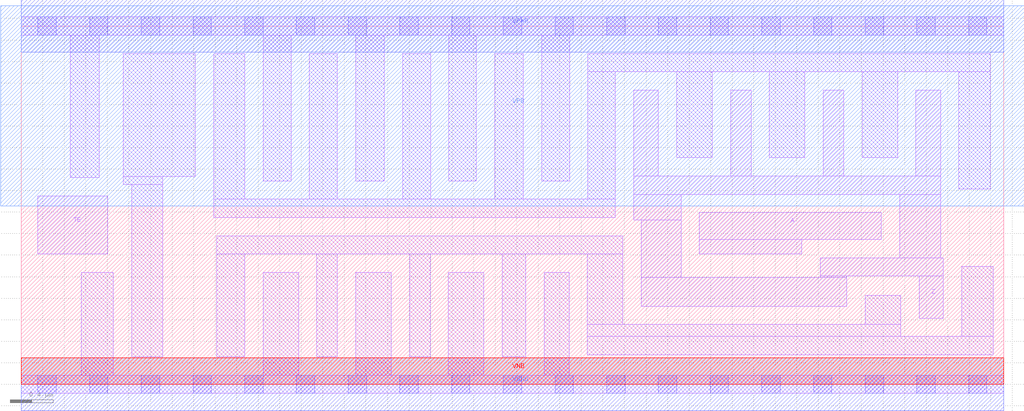
<source format=lef>
# Copyright 2020 The SkyWater PDK Authors
#
# Licensed under the Apache License, Version 2.0 (the "License");
# you may not use this file except in compliance with the License.
# You may obtain a copy of the License at
#
#     https://www.apache.org/licenses/LICENSE-2.0
#
# Unless required by applicable law or agreed to in writing, software
# distributed under the License is distributed on an "AS IS" BASIS,
# WITHOUT WARRANTIES OR CONDITIONS OF ANY KIND, either express or implied.
# See the License for the specific language governing permissions and
# limitations under the License.
#
# SPDX-License-Identifier: Apache-2.0

VERSION 5.7 ;
  NOWIREEXTENSIONATPIN ON ;
  DIVIDERCHAR "/" ;
  BUSBITCHARS "[]" ;
MACRO sky130_fd_sc_lp__einvp_8
  CLASS CORE ;
  FOREIGN sky130_fd_sc_lp__einvp_8 ;
  ORIGIN  0.000000  0.000000 ;
  SIZE  9.120000 BY  3.330000 ;
  SYMMETRY X Y R90 ;
  SITE unit ;
  PIN A
    ANTENNAGATEAREA  2.520000 ;
    DIRECTION INPUT ;
    USE SIGNAL ;
    PORT
      LAYER li1 ;
        RECT 6.295000 1.210000 7.245000 1.345000 ;
        RECT 6.295000 1.345000 7.985000 1.595000 ;
    END
  END A
  PIN TE
    ANTENNAGATEAREA  1.323000 ;
    DIRECTION INPUT ;
    USE SIGNAL ;
    PORT
      LAYER li1 ;
        RECT 0.155000 1.210000 0.805000 1.750000 ;
    END
  END TE
  PIN Z
    ANTENNADIFFAREA  2.352000 ;
    DIRECTION OUTPUT ;
    USE SIGNAL ;
    PORT
      LAYER li1 ;
        RECT 5.685000 1.525000 6.125000 1.765000 ;
        RECT 5.685000 1.765000 8.535000 1.935000 ;
        RECT 5.685000 1.935000 5.915000 2.735000 ;
        RECT 5.755000 0.725000 7.665000 0.995000 ;
        RECT 5.755000 0.995000 6.125000 1.525000 ;
        RECT 6.585000 1.935000 6.775000 2.735000 ;
        RECT 7.415000 0.995000 7.665000 1.005000 ;
        RECT 7.415000 1.005000 8.560000 1.175000 ;
        RECT 7.445000 1.935000 7.635000 2.735000 ;
        RECT 8.155000 1.175000 8.535000 1.765000 ;
        RECT 8.305000 1.935000 8.535000 2.735000 ;
        RECT 8.335000 0.615000 8.560000 1.005000 ;
    END
  END Z
  PIN VGND
    DIRECTION INOUT ;
    USE GROUND ;
    PORT
      LAYER met1 ;
        RECT 0.000000 -0.245000 9.120000 0.245000 ;
    END
  END VGND
  PIN VNB
    DIRECTION INOUT ;
    USE GROUND ;
    PORT
      LAYER pwell ;
        RECT 0.000000 0.000000 9.120000 0.245000 ;
    END
  END VNB
  PIN VPB
    DIRECTION INOUT ;
    USE POWER ;
    PORT
      LAYER nwell ;
        RECT -0.190000 1.655000 9.310000 3.520000 ;
    END
  END VPB
  PIN VPWR
    DIRECTION INOUT ;
    USE POWER ;
    PORT
      LAYER met1 ;
        RECT 0.000000 3.085000 9.120000 3.575000 ;
    END
  END VPWR
  OBS
    LAYER li1 ;
      RECT 0.000000 -0.085000 9.120000 0.085000 ;
      RECT 0.000000  3.245000 9.120000 3.415000 ;
      RECT 0.455000  1.920000 0.725000 3.245000 ;
      RECT 0.555000  0.085000 0.855000 1.040000 ;
      RECT 0.945000  1.855000 1.315000 1.930000 ;
      RECT 0.945000  1.930000 1.615000 3.075000 ;
      RECT 1.025000  0.255000 1.315000 1.855000 ;
      RECT 1.785000  1.550000 5.515000 1.720000 ;
      RECT 1.785000  1.720000 2.075000 3.075000 ;
      RECT 1.815000  0.255000 2.075000 1.210000 ;
      RECT 1.815000  1.210000 5.585000 1.380000 ;
      RECT 2.245000  0.085000 2.575000 1.040000 ;
      RECT 2.245000  1.890000 2.505000 3.245000 ;
      RECT 2.675000  1.720000 2.935000 3.075000 ;
      RECT 2.745000  0.255000 2.935000 1.210000 ;
      RECT 3.105000  0.085000 3.435000 1.040000 ;
      RECT 3.105000  1.890000 3.370000 3.245000 ;
      RECT 3.540000  1.720000 3.800000 3.075000 ;
      RECT 3.605000  0.255000 3.795000 1.210000 ;
      RECT 3.965000  0.085000 4.295000 1.040000 ;
      RECT 3.970000  1.890000 4.225000 3.245000 ;
      RECT 4.395000  1.720000 4.660000 3.075000 ;
      RECT 4.465000  0.255000 4.685000 1.210000 ;
      RECT 4.830000  1.890000 5.090000 3.245000 ;
      RECT 4.855000  0.085000 5.085000 1.040000 ;
      RECT 5.255000  0.275000 9.025000 0.445000 ;
      RECT 5.255000  0.445000 8.165000 0.555000 ;
      RECT 5.255000  0.555000 5.585000 1.210000 ;
      RECT 5.260000  1.720000 5.515000 2.905000 ;
      RECT 5.260000  2.905000 8.995000 3.075000 ;
      RECT 6.085000  2.105000 6.415000 2.905000 ;
      RECT 6.945000  2.105000 7.275000 2.905000 ;
      RECT 7.805000  2.105000 8.135000 2.905000 ;
      RECT 7.835000  0.555000 8.165000 0.825000 ;
      RECT 8.705000  1.815000 8.995000 2.905000 ;
      RECT 8.730000  0.445000 9.025000 1.095000 ;
    LAYER mcon ;
      RECT 0.155000 -0.085000 0.325000 0.085000 ;
      RECT 0.155000  3.245000 0.325000 3.415000 ;
      RECT 0.635000 -0.085000 0.805000 0.085000 ;
      RECT 0.635000  3.245000 0.805000 3.415000 ;
      RECT 1.115000 -0.085000 1.285000 0.085000 ;
      RECT 1.115000  3.245000 1.285000 3.415000 ;
      RECT 1.595000 -0.085000 1.765000 0.085000 ;
      RECT 1.595000  3.245000 1.765000 3.415000 ;
      RECT 2.075000 -0.085000 2.245000 0.085000 ;
      RECT 2.075000  3.245000 2.245000 3.415000 ;
      RECT 2.555000 -0.085000 2.725000 0.085000 ;
      RECT 2.555000  3.245000 2.725000 3.415000 ;
      RECT 3.035000 -0.085000 3.205000 0.085000 ;
      RECT 3.035000  3.245000 3.205000 3.415000 ;
      RECT 3.515000 -0.085000 3.685000 0.085000 ;
      RECT 3.515000  3.245000 3.685000 3.415000 ;
      RECT 3.995000 -0.085000 4.165000 0.085000 ;
      RECT 3.995000  3.245000 4.165000 3.415000 ;
      RECT 4.475000 -0.085000 4.645000 0.085000 ;
      RECT 4.475000  3.245000 4.645000 3.415000 ;
      RECT 4.955000 -0.085000 5.125000 0.085000 ;
      RECT 4.955000  3.245000 5.125000 3.415000 ;
      RECT 5.435000 -0.085000 5.605000 0.085000 ;
      RECT 5.435000  3.245000 5.605000 3.415000 ;
      RECT 5.915000 -0.085000 6.085000 0.085000 ;
      RECT 5.915000  3.245000 6.085000 3.415000 ;
      RECT 6.395000 -0.085000 6.565000 0.085000 ;
      RECT 6.395000  3.245000 6.565000 3.415000 ;
      RECT 6.875000 -0.085000 7.045000 0.085000 ;
      RECT 6.875000  3.245000 7.045000 3.415000 ;
      RECT 7.355000 -0.085000 7.525000 0.085000 ;
      RECT 7.355000  3.245000 7.525000 3.415000 ;
      RECT 7.835000 -0.085000 8.005000 0.085000 ;
      RECT 7.835000  3.245000 8.005000 3.415000 ;
      RECT 8.315000 -0.085000 8.485000 0.085000 ;
      RECT 8.315000  3.245000 8.485000 3.415000 ;
      RECT 8.795000 -0.085000 8.965000 0.085000 ;
      RECT 8.795000  3.245000 8.965000 3.415000 ;
  END
END sky130_fd_sc_lp__einvp_8
END LIBRARY

</source>
